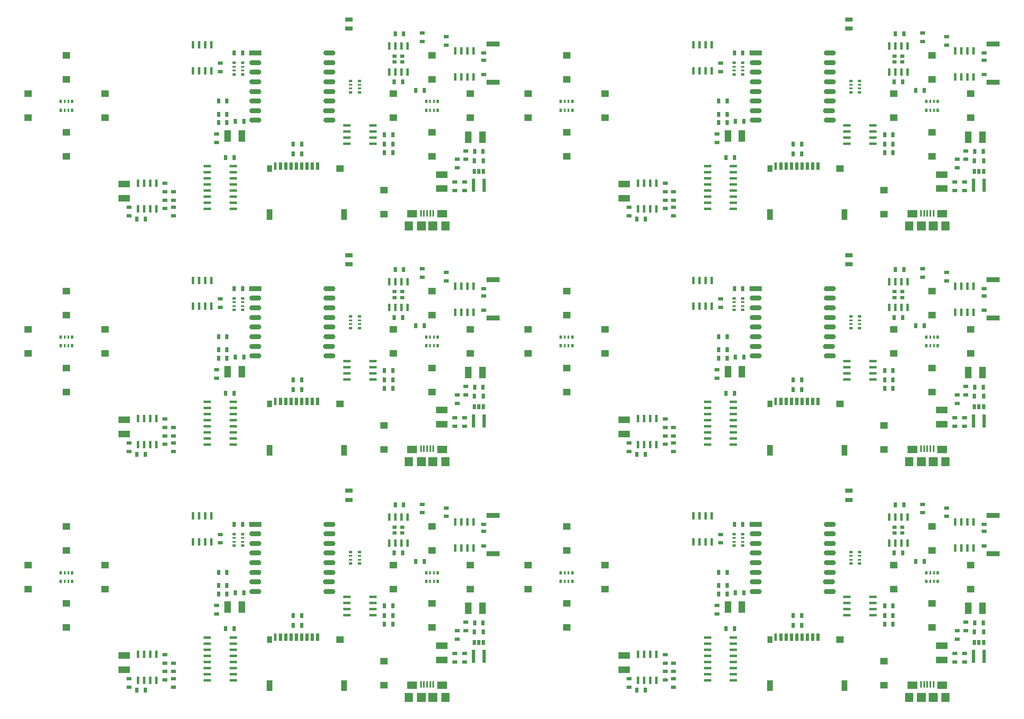
<source format=gbr>
G04 #@! TF.FileFunction,Paste,Top*
%FSLAX46Y46*%
G04 Gerber Fmt 4.6, Leading zero omitted, Abs format (unit mm)*
G04 Created by KiCad (PCBNEW 4.0.4-snap1-stable) date Fri May 24 02:00:32 2019*
%MOMM*%
%LPD*%
G01*
G04 APERTURE LIST*
%ADD10C,0.150000*%
%ADD11R,2.400000X1.460000*%
%ADD12R,1.460000X2.400000*%
%ADD13R,1.000000X0.670000*%
%ADD14R,0.600000X1.550000*%
%ADD15R,0.650000X1.060000*%
%ADD16R,0.670000X1.000000*%
%ADD17R,0.800000X2.700000*%
%ADD18R,0.960000X0.720000*%
%ADD19R,1.500000X0.970000*%
%ADD20R,2.100000X1.600000*%
%ADD21R,1.900000X1.900000*%
%ADD22R,0.400000X1.350000*%
%ADD23R,1.800000X1.900000*%
%ADD24R,2.800000X1.000000*%
%ADD25R,1.000000X0.700000*%
%ADD26R,0.800000X0.500000*%
%ADD27R,0.800000X0.400000*%
%ADD28R,2.500000X1.100000*%
%ADD29O,2.500000X1.100000*%
%ADD30R,1.550000X0.600000*%
%ADD31R,0.700000X1.600000*%
%ADD32R,0.600000X1.600000*%
%ADD33R,1.200000X2.200000*%
%ADD34R,1.600000X1.400000*%
%ADD35R,1.100000X1.400000*%
%ADD36R,0.500000X0.800000*%
%ADD37R,0.400000X0.800000*%
%ADD38R,1.500000X1.400000*%
%ADD39R,1.500000X0.600000*%
G04 APERTURE END LIST*
D10*
D11*
X193000000Y-105230000D03*
X193000000Y-102270000D03*
D12*
X198520000Y-94500000D03*
X201480000Y-94500000D03*
D13*
X197750000Y-105625000D03*
X197750000Y-103875000D03*
X195750000Y-105625000D03*
X195750000Y-103875000D03*
D14*
X199655000Y-76550000D03*
X198385000Y-76550000D03*
X197115000Y-76550000D03*
X195845000Y-76550000D03*
X195845000Y-81950000D03*
X197115000Y-81950000D03*
X198385000Y-81950000D03*
X199655000Y-81950000D03*
D13*
X194000000Y-75375000D03*
X194000000Y-73625000D03*
D15*
X199800000Y-101600000D03*
X200750000Y-101600000D03*
X201700000Y-101600000D03*
X201700000Y-99400000D03*
X199800000Y-99400000D03*
D13*
X196250000Y-99125000D03*
X196250000Y-100875000D03*
X198000000Y-99125000D03*
X198000000Y-97375000D03*
D16*
X199875000Y-97500000D03*
X201625000Y-97500000D03*
D13*
X189000000Y-72875000D03*
X189000000Y-74625000D03*
D17*
X201850000Y-104500000D03*
X199650000Y-104500000D03*
D14*
X182095000Y-80950000D03*
X183365000Y-80950000D03*
X184635000Y-80950000D03*
X185905000Y-80950000D03*
X185905000Y-75550000D03*
X184635000Y-75550000D03*
X183365000Y-75550000D03*
X182095000Y-75550000D03*
D18*
X184800000Y-77650000D03*
X183200000Y-77650000D03*
X184800000Y-78850000D03*
X183200000Y-78850000D03*
D19*
X173750000Y-71955000D03*
X173750000Y-70045000D03*
D16*
X183125000Y-83000000D03*
X184875000Y-83000000D03*
X183375000Y-73000000D03*
X185125000Y-73000000D03*
D20*
X186900000Y-110450000D03*
X193100000Y-110450000D03*
D21*
X188800000Y-113000000D03*
X191200000Y-113000000D03*
D22*
X188700000Y-110325000D03*
X189350000Y-110325000D03*
X190000000Y-110325000D03*
X190650000Y-110325000D03*
X191300000Y-110325000D03*
D23*
X186200000Y-113000000D03*
X193800000Y-113000000D03*
D24*
X203700000Y-83100000D03*
D25*
X201800000Y-81500000D03*
X201800000Y-77000000D03*
X201800000Y-78500000D03*
D24*
X203700000Y-75150000D03*
D26*
X149850000Y-79050000D03*
D27*
X149850000Y-80650000D03*
X149850000Y-79850000D03*
D26*
X149850000Y-81450000D03*
D27*
X151650000Y-79850000D03*
D26*
X151650000Y-79050000D03*
D27*
X151650000Y-80650000D03*
D26*
X151650000Y-81450000D03*
X175900000Y-85200000D03*
D27*
X175900000Y-83600000D03*
X175900000Y-84400000D03*
D26*
X175900000Y-82800000D03*
D27*
X174100000Y-84400000D03*
D26*
X174100000Y-85200000D03*
D27*
X174100000Y-83600000D03*
D26*
X174100000Y-82800000D03*
D16*
X149875000Y-77000000D03*
X151625000Y-77000000D03*
X187625000Y-84750000D03*
X189375000Y-84750000D03*
D12*
X148520000Y-94250000D03*
X151480000Y-94250000D03*
D16*
X150125000Y-91250000D03*
X151875000Y-91250000D03*
D28*
X154300000Y-77000000D03*
D29*
X154300000Y-79000000D03*
X154300000Y-81000000D03*
X154300000Y-83000000D03*
X154300000Y-85000000D03*
X154300000Y-87000000D03*
X154300000Y-89000000D03*
X154300000Y-91000000D03*
X169700000Y-91000000D03*
X169600000Y-89000000D03*
X169700000Y-87000000D03*
X169700000Y-85000000D03*
X169700000Y-83000000D03*
X169700000Y-81000000D03*
X169700000Y-79000000D03*
X169700000Y-77000000D03*
D13*
X147000000Y-79125000D03*
X147000000Y-80875000D03*
D14*
X145155000Y-75300000D03*
X143885000Y-75300000D03*
X142615000Y-75300000D03*
X141345000Y-75300000D03*
X141345000Y-80700000D03*
X142615000Y-80700000D03*
X143885000Y-80700000D03*
X145155000Y-80700000D03*
D16*
X182875000Y-94000000D03*
X181125000Y-94000000D03*
X182875000Y-96000000D03*
X181125000Y-96000000D03*
X182875000Y-97750000D03*
X181125000Y-97750000D03*
D30*
X173300000Y-92095000D03*
X173300000Y-93365000D03*
X173300000Y-94635000D03*
X173300000Y-95905000D03*
X178700000Y-95905000D03*
X178700000Y-94635000D03*
X178700000Y-93365000D03*
X178700000Y-92095000D03*
D16*
X129625000Y-111500000D03*
X131375000Y-111500000D03*
D13*
X135500000Y-105875000D03*
X135500000Y-104125000D03*
X135500000Y-109375000D03*
X135500000Y-107625000D03*
X137250000Y-107625000D03*
X137250000Y-105875000D03*
X137250000Y-109125000D03*
X137250000Y-110875000D03*
D11*
X127000000Y-104270000D03*
X127000000Y-107230000D03*
D13*
X128000000Y-110875000D03*
X128000000Y-109125000D03*
D14*
X129845000Y-109450000D03*
X131115000Y-109450000D03*
X132385000Y-109450000D03*
X133655000Y-109450000D03*
X133655000Y-104050000D03*
X132385000Y-104050000D03*
X131115000Y-104050000D03*
X129845000Y-104050000D03*
D16*
X162125000Y-96000000D03*
X163875000Y-96000000D03*
X162125000Y-98000000D03*
X163875000Y-98000000D03*
D31*
X167250000Y-100500000D03*
X166150000Y-100500000D03*
X165050000Y-100500000D03*
X163950000Y-100500000D03*
X162850000Y-100500000D03*
X161750000Y-100500000D03*
X160650000Y-100500000D03*
X159550000Y-100500000D03*
D32*
X158450000Y-100500000D03*
D33*
X172750000Y-110600000D03*
X157250000Y-110600000D03*
D34*
X171850000Y-101000000D03*
D35*
X157250000Y-101000000D03*
D36*
X116200000Y-87100000D03*
D37*
X114600000Y-87100000D03*
X115400000Y-87100000D03*
D36*
X113800000Y-87100000D03*
D37*
X115400000Y-88900000D03*
D36*
X116200000Y-88900000D03*
D37*
X114600000Y-88900000D03*
D36*
X113800000Y-88900000D03*
X192200000Y-87100000D03*
D37*
X190600000Y-87100000D03*
X191400000Y-87100000D03*
D36*
X189800000Y-87100000D03*
D37*
X191400000Y-88900000D03*
D36*
X192200000Y-88900000D03*
D37*
X190600000Y-88900000D03*
D36*
X189800000Y-88900000D03*
D38*
X115000000Y-77500000D03*
X115000000Y-82500000D03*
X123000000Y-85500000D03*
X123000000Y-90500000D03*
X107000000Y-85500000D03*
X107000000Y-90500000D03*
X115000000Y-93500000D03*
X115000000Y-98500000D03*
X191000000Y-93500000D03*
X191000000Y-98500000D03*
X199000000Y-85500000D03*
X199000000Y-90500000D03*
X191000000Y-77500000D03*
X191000000Y-82500000D03*
X183000000Y-85500000D03*
X183000000Y-90500000D03*
X181000000Y-105500000D03*
X181000000Y-110500000D03*
D16*
X148125000Y-98750000D03*
X149875000Y-98750000D03*
D39*
X144300000Y-100555000D03*
X144300000Y-101825000D03*
X144300000Y-103095000D03*
X144300000Y-104365000D03*
X144300000Y-105635000D03*
X144300000Y-106905000D03*
X144300000Y-108175000D03*
X144300000Y-109445000D03*
X149700000Y-109445000D03*
X149700000Y-108175000D03*
X149700000Y-106905000D03*
X149700000Y-105635000D03*
X149700000Y-104365000D03*
X149700000Y-103095000D03*
X149700000Y-101825000D03*
X149700000Y-100555000D03*
D13*
X146250000Y-95625000D03*
X146250000Y-93875000D03*
D16*
X148375000Y-91500000D03*
X146625000Y-91500000D03*
X148375000Y-89750000D03*
X146625000Y-89750000D03*
X148375000Y-87000000D03*
X146625000Y-87000000D03*
D11*
X297000000Y-105230000D03*
X297000000Y-102270000D03*
D12*
X302520000Y-94500000D03*
X305480000Y-94500000D03*
D13*
X301750000Y-105625000D03*
X301750000Y-103875000D03*
X299750000Y-105625000D03*
X299750000Y-103875000D03*
D14*
X303655000Y-76550000D03*
X302385000Y-76550000D03*
X301115000Y-76550000D03*
X299845000Y-76550000D03*
X299845000Y-81950000D03*
X301115000Y-81950000D03*
X302385000Y-81950000D03*
X303655000Y-81950000D03*
D13*
X298000000Y-75375000D03*
X298000000Y-73625000D03*
D15*
X303800000Y-101600000D03*
X304750000Y-101600000D03*
X305700000Y-101600000D03*
X305700000Y-99400000D03*
X303800000Y-99400000D03*
D13*
X300250000Y-99125000D03*
X300250000Y-100875000D03*
X302000000Y-99125000D03*
X302000000Y-97375000D03*
D16*
X303875000Y-97500000D03*
X305625000Y-97500000D03*
D13*
X293000000Y-72875000D03*
X293000000Y-74625000D03*
D17*
X305850000Y-104500000D03*
X303650000Y-104500000D03*
D14*
X286095000Y-80950000D03*
X287365000Y-80950000D03*
X288635000Y-80950000D03*
X289905000Y-80950000D03*
X289905000Y-75550000D03*
X288635000Y-75550000D03*
X287365000Y-75550000D03*
X286095000Y-75550000D03*
D18*
X288800000Y-77650000D03*
X287200000Y-77650000D03*
X288800000Y-78850000D03*
X287200000Y-78850000D03*
D19*
X277750000Y-71955000D03*
X277750000Y-70045000D03*
D16*
X287125000Y-83000000D03*
X288875000Y-83000000D03*
X287375000Y-73000000D03*
X289125000Y-73000000D03*
D20*
X290900000Y-110450000D03*
X297100000Y-110450000D03*
D21*
X292800000Y-113000000D03*
X295200000Y-113000000D03*
D22*
X292700000Y-110325000D03*
X293350000Y-110325000D03*
X294000000Y-110325000D03*
X294650000Y-110325000D03*
X295300000Y-110325000D03*
D23*
X290200000Y-113000000D03*
X297800000Y-113000000D03*
D24*
X307700000Y-83100000D03*
D25*
X305800000Y-81500000D03*
X305800000Y-77000000D03*
X305800000Y-78500000D03*
D24*
X307700000Y-75150000D03*
D26*
X253850000Y-79050000D03*
D27*
X253850000Y-80650000D03*
X253850000Y-79850000D03*
D26*
X253850000Y-81450000D03*
D27*
X255650000Y-79850000D03*
D26*
X255650000Y-79050000D03*
D27*
X255650000Y-80650000D03*
D26*
X255650000Y-81450000D03*
X279900000Y-85200000D03*
D27*
X279900000Y-83600000D03*
X279900000Y-84400000D03*
D26*
X279900000Y-82800000D03*
D27*
X278100000Y-84400000D03*
D26*
X278100000Y-85200000D03*
D27*
X278100000Y-83600000D03*
D26*
X278100000Y-82800000D03*
D16*
X253875000Y-77000000D03*
X255625000Y-77000000D03*
X291625000Y-84750000D03*
X293375000Y-84750000D03*
D12*
X252520000Y-94250000D03*
X255480000Y-94250000D03*
D16*
X254125000Y-91250000D03*
X255875000Y-91250000D03*
D28*
X258300000Y-77000000D03*
D29*
X258300000Y-79000000D03*
X258300000Y-81000000D03*
X258300000Y-83000000D03*
X258300000Y-85000000D03*
X258300000Y-87000000D03*
X258300000Y-89000000D03*
X258300000Y-91000000D03*
X273700000Y-91000000D03*
X273600000Y-89000000D03*
X273700000Y-87000000D03*
X273700000Y-85000000D03*
X273700000Y-83000000D03*
X273700000Y-81000000D03*
X273700000Y-79000000D03*
X273700000Y-77000000D03*
D13*
X251000000Y-79125000D03*
X251000000Y-80875000D03*
D14*
X249155000Y-75300000D03*
X247885000Y-75300000D03*
X246615000Y-75300000D03*
X245345000Y-75300000D03*
X245345000Y-80700000D03*
X246615000Y-80700000D03*
X247885000Y-80700000D03*
X249155000Y-80700000D03*
D16*
X286875000Y-94000000D03*
X285125000Y-94000000D03*
X286875000Y-96000000D03*
X285125000Y-96000000D03*
X286875000Y-97750000D03*
X285125000Y-97750000D03*
D30*
X277300000Y-92095000D03*
X277300000Y-93365000D03*
X277300000Y-94635000D03*
X277300000Y-95905000D03*
X282700000Y-95905000D03*
X282700000Y-94635000D03*
X282700000Y-93365000D03*
X282700000Y-92095000D03*
D16*
X233625000Y-111500000D03*
X235375000Y-111500000D03*
D13*
X239500000Y-105875000D03*
X239500000Y-104125000D03*
X239500000Y-109375000D03*
X239500000Y-107625000D03*
X241250000Y-107625000D03*
X241250000Y-105875000D03*
X241250000Y-109125000D03*
X241250000Y-110875000D03*
D11*
X231000000Y-104270000D03*
X231000000Y-107230000D03*
D13*
X232000000Y-110875000D03*
X232000000Y-109125000D03*
D14*
X233845000Y-109450000D03*
X235115000Y-109450000D03*
X236385000Y-109450000D03*
X237655000Y-109450000D03*
X237655000Y-104050000D03*
X236385000Y-104050000D03*
X235115000Y-104050000D03*
X233845000Y-104050000D03*
D16*
X266125000Y-96000000D03*
X267875000Y-96000000D03*
X266125000Y-98000000D03*
X267875000Y-98000000D03*
D31*
X271250000Y-100500000D03*
X270150000Y-100500000D03*
X269050000Y-100500000D03*
X267950000Y-100500000D03*
X266850000Y-100500000D03*
X265750000Y-100500000D03*
X264650000Y-100500000D03*
X263550000Y-100500000D03*
D32*
X262450000Y-100500000D03*
D33*
X276750000Y-110600000D03*
X261250000Y-110600000D03*
D34*
X275850000Y-101000000D03*
D35*
X261250000Y-101000000D03*
D36*
X220200000Y-87100000D03*
D37*
X218600000Y-87100000D03*
X219400000Y-87100000D03*
D36*
X217800000Y-87100000D03*
D37*
X219400000Y-88900000D03*
D36*
X220200000Y-88900000D03*
D37*
X218600000Y-88900000D03*
D36*
X217800000Y-88900000D03*
X296200000Y-87100000D03*
D37*
X294600000Y-87100000D03*
X295400000Y-87100000D03*
D36*
X293800000Y-87100000D03*
D37*
X295400000Y-88900000D03*
D36*
X296200000Y-88900000D03*
D37*
X294600000Y-88900000D03*
D36*
X293800000Y-88900000D03*
D38*
X219000000Y-77500000D03*
X219000000Y-82500000D03*
X227000000Y-85500000D03*
X227000000Y-90500000D03*
X211000000Y-85500000D03*
X211000000Y-90500000D03*
X219000000Y-93500000D03*
X219000000Y-98500000D03*
X295000000Y-93500000D03*
X295000000Y-98500000D03*
X303000000Y-85500000D03*
X303000000Y-90500000D03*
X295000000Y-77500000D03*
X295000000Y-82500000D03*
X287000000Y-85500000D03*
X287000000Y-90500000D03*
X285000000Y-105500000D03*
X285000000Y-110500000D03*
D16*
X252125000Y-98750000D03*
X253875000Y-98750000D03*
D39*
X248300000Y-100555000D03*
X248300000Y-101825000D03*
X248300000Y-103095000D03*
X248300000Y-104365000D03*
X248300000Y-105635000D03*
X248300000Y-106905000D03*
X248300000Y-108175000D03*
X248300000Y-109445000D03*
X253700000Y-109445000D03*
X253700000Y-108175000D03*
X253700000Y-106905000D03*
X253700000Y-105635000D03*
X253700000Y-104365000D03*
X253700000Y-103095000D03*
X253700000Y-101825000D03*
X253700000Y-100555000D03*
D13*
X250250000Y-95625000D03*
X250250000Y-93875000D03*
D16*
X252375000Y-91500000D03*
X250625000Y-91500000D03*
X252375000Y-89750000D03*
X250625000Y-89750000D03*
X252375000Y-87000000D03*
X250625000Y-87000000D03*
D11*
X193000000Y-154230000D03*
X193000000Y-151270000D03*
D12*
X198520000Y-143500000D03*
X201480000Y-143500000D03*
D13*
X197750000Y-154625000D03*
X197750000Y-152875000D03*
X195750000Y-154625000D03*
X195750000Y-152875000D03*
D14*
X199655000Y-125550000D03*
X198385000Y-125550000D03*
X197115000Y-125550000D03*
X195845000Y-125550000D03*
X195845000Y-130950000D03*
X197115000Y-130950000D03*
X198385000Y-130950000D03*
X199655000Y-130950000D03*
D13*
X194000000Y-124375000D03*
X194000000Y-122625000D03*
D15*
X199800000Y-150600000D03*
X200750000Y-150600000D03*
X201700000Y-150600000D03*
X201700000Y-148400000D03*
X199800000Y-148400000D03*
D13*
X196250000Y-148125000D03*
X196250000Y-149875000D03*
X198000000Y-148125000D03*
X198000000Y-146375000D03*
D16*
X199875000Y-146500000D03*
X201625000Y-146500000D03*
D13*
X189000000Y-121875000D03*
X189000000Y-123625000D03*
D17*
X201850000Y-153500000D03*
X199650000Y-153500000D03*
D14*
X182095000Y-129950000D03*
X183365000Y-129950000D03*
X184635000Y-129950000D03*
X185905000Y-129950000D03*
X185905000Y-124550000D03*
X184635000Y-124550000D03*
X183365000Y-124550000D03*
X182095000Y-124550000D03*
D18*
X184800000Y-126650000D03*
X183200000Y-126650000D03*
X184800000Y-127850000D03*
X183200000Y-127850000D03*
D19*
X173750000Y-120955000D03*
X173750000Y-119045000D03*
D16*
X183125000Y-132000000D03*
X184875000Y-132000000D03*
X183375000Y-122000000D03*
X185125000Y-122000000D03*
D20*
X186900000Y-159450000D03*
X193100000Y-159450000D03*
D21*
X188800000Y-162000000D03*
X191200000Y-162000000D03*
D22*
X188700000Y-159325000D03*
X189350000Y-159325000D03*
X190000000Y-159325000D03*
X190650000Y-159325000D03*
X191300000Y-159325000D03*
D23*
X186200000Y-162000000D03*
X193800000Y-162000000D03*
D24*
X203700000Y-132100000D03*
D25*
X201800000Y-130500000D03*
X201800000Y-126000000D03*
X201800000Y-127500000D03*
D24*
X203700000Y-124150000D03*
D26*
X149850000Y-128050000D03*
D27*
X149850000Y-129650000D03*
X149850000Y-128850000D03*
D26*
X149850000Y-130450000D03*
D27*
X151650000Y-128850000D03*
D26*
X151650000Y-128050000D03*
D27*
X151650000Y-129650000D03*
D26*
X151650000Y-130450000D03*
X175900000Y-134200000D03*
D27*
X175900000Y-132600000D03*
X175900000Y-133400000D03*
D26*
X175900000Y-131800000D03*
D27*
X174100000Y-133400000D03*
D26*
X174100000Y-134200000D03*
D27*
X174100000Y-132600000D03*
D26*
X174100000Y-131800000D03*
D16*
X149875000Y-126000000D03*
X151625000Y-126000000D03*
X187625000Y-133750000D03*
X189375000Y-133750000D03*
D12*
X148520000Y-143250000D03*
X151480000Y-143250000D03*
D16*
X150125000Y-140250000D03*
X151875000Y-140250000D03*
D28*
X154300000Y-126000000D03*
D29*
X154300000Y-128000000D03*
X154300000Y-130000000D03*
X154300000Y-132000000D03*
X154300000Y-134000000D03*
X154300000Y-136000000D03*
X154300000Y-138000000D03*
X154300000Y-140000000D03*
X169700000Y-140000000D03*
X169600000Y-138000000D03*
X169700000Y-136000000D03*
X169700000Y-134000000D03*
X169700000Y-132000000D03*
X169700000Y-130000000D03*
X169700000Y-128000000D03*
X169700000Y-126000000D03*
D13*
X147000000Y-128125000D03*
X147000000Y-129875000D03*
D14*
X145155000Y-124300000D03*
X143885000Y-124300000D03*
X142615000Y-124300000D03*
X141345000Y-124300000D03*
X141345000Y-129700000D03*
X142615000Y-129700000D03*
X143885000Y-129700000D03*
X145155000Y-129700000D03*
D16*
X182875000Y-143000000D03*
X181125000Y-143000000D03*
X182875000Y-145000000D03*
X181125000Y-145000000D03*
X182875000Y-146750000D03*
X181125000Y-146750000D03*
D30*
X173300000Y-141095000D03*
X173300000Y-142365000D03*
X173300000Y-143635000D03*
X173300000Y-144905000D03*
X178700000Y-144905000D03*
X178700000Y-143635000D03*
X178700000Y-142365000D03*
X178700000Y-141095000D03*
D16*
X129625000Y-160500000D03*
X131375000Y-160500000D03*
D13*
X135500000Y-154875000D03*
X135500000Y-153125000D03*
X135500000Y-158375000D03*
X135500000Y-156625000D03*
X137250000Y-156625000D03*
X137250000Y-154875000D03*
X137250000Y-158125000D03*
X137250000Y-159875000D03*
D11*
X127000000Y-153270000D03*
X127000000Y-156230000D03*
D13*
X128000000Y-159875000D03*
X128000000Y-158125000D03*
D14*
X129845000Y-158450000D03*
X131115000Y-158450000D03*
X132385000Y-158450000D03*
X133655000Y-158450000D03*
X133655000Y-153050000D03*
X132385000Y-153050000D03*
X131115000Y-153050000D03*
X129845000Y-153050000D03*
D16*
X162125000Y-145000000D03*
X163875000Y-145000000D03*
X162125000Y-147000000D03*
X163875000Y-147000000D03*
D31*
X167250000Y-149500000D03*
X166150000Y-149500000D03*
X165050000Y-149500000D03*
X163950000Y-149500000D03*
X162850000Y-149500000D03*
X161750000Y-149500000D03*
X160650000Y-149500000D03*
X159550000Y-149500000D03*
D32*
X158450000Y-149500000D03*
D33*
X172750000Y-159600000D03*
X157250000Y-159600000D03*
D34*
X171850000Y-150000000D03*
D35*
X157250000Y-150000000D03*
D36*
X116200000Y-136100000D03*
D37*
X114600000Y-136100000D03*
X115400000Y-136100000D03*
D36*
X113800000Y-136100000D03*
D37*
X115400000Y-137900000D03*
D36*
X116200000Y-137900000D03*
D37*
X114600000Y-137900000D03*
D36*
X113800000Y-137900000D03*
X192200000Y-136100000D03*
D37*
X190600000Y-136100000D03*
X191400000Y-136100000D03*
D36*
X189800000Y-136100000D03*
D37*
X191400000Y-137900000D03*
D36*
X192200000Y-137900000D03*
D37*
X190600000Y-137900000D03*
D36*
X189800000Y-137900000D03*
D38*
X115000000Y-126500000D03*
X115000000Y-131500000D03*
X123000000Y-134500000D03*
X123000000Y-139500000D03*
X107000000Y-134500000D03*
X107000000Y-139500000D03*
X115000000Y-142500000D03*
X115000000Y-147500000D03*
X191000000Y-142500000D03*
X191000000Y-147500000D03*
X199000000Y-134500000D03*
X199000000Y-139500000D03*
X191000000Y-126500000D03*
X191000000Y-131500000D03*
X183000000Y-134500000D03*
X183000000Y-139500000D03*
X181000000Y-154500000D03*
X181000000Y-159500000D03*
D16*
X148125000Y-147750000D03*
X149875000Y-147750000D03*
D39*
X144300000Y-149555000D03*
X144300000Y-150825000D03*
X144300000Y-152095000D03*
X144300000Y-153365000D03*
X144300000Y-154635000D03*
X144300000Y-155905000D03*
X144300000Y-157175000D03*
X144300000Y-158445000D03*
X149700000Y-158445000D03*
X149700000Y-157175000D03*
X149700000Y-155905000D03*
X149700000Y-154635000D03*
X149700000Y-153365000D03*
X149700000Y-152095000D03*
X149700000Y-150825000D03*
X149700000Y-149555000D03*
D13*
X146250000Y-144625000D03*
X146250000Y-142875000D03*
D16*
X148375000Y-140500000D03*
X146625000Y-140500000D03*
X148375000Y-138750000D03*
X146625000Y-138750000D03*
X148375000Y-136000000D03*
X146625000Y-136000000D03*
D11*
X297000000Y-154230000D03*
X297000000Y-151270000D03*
D12*
X302520000Y-143500000D03*
X305480000Y-143500000D03*
D13*
X301750000Y-154625000D03*
X301750000Y-152875000D03*
X299750000Y-154625000D03*
X299750000Y-152875000D03*
D14*
X303655000Y-125550000D03*
X302385000Y-125550000D03*
X301115000Y-125550000D03*
X299845000Y-125550000D03*
X299845000Y-130950000D03*
X301115000Y-130950000D03*
X302385000Y-130950000D03*
X303655000Y-130950000D03*
D13*
X298000000Y-124375000D03*
X298000000Y-122625000D03*
D15*
X303800000Y-150600000D03*
X304750000Y-150600000D03*
X305700000Y-150600000D03*
X305700000Y-148400000D03*
X303800000Y-148400000D03*
D13*
X300250000Y-148125000D03*
X300250000Y-149875000D03*
X302000000Y-148125000D03*
X302000000Y-146375000D03*
D16*
X303875000Y-146500000D03*
X305625000Y-146500000D03*
D13*
X293000000Y-121875000D03*
X293000000Y-123625000D03*
D17*
X305850000Y-153500000D03*
X303650000Y-153500000D03*
D14*
X286095000Y-129950000D03*
X287365000Y-129950000D03*
X288635000Y-129950000D03*
X289905000Y-129950000D03*
X289905000Y-124550000D03*
X288635000Y-124550000D03*
X287365000Y-124550000D03*
X286095000Y-124550000D03*
D18*
X288800000Y-126650000D03*
X287200000Y-126650000D03*
X288800000Y-127850000D03*
X287200000Y-127850000D03*
D19*
X277750000Y-120955000D03*
X277750000Y-119045000D03*
D16*
X287125000Y-132000000D03*
X288875000Y-132000000D03*
X287375000Y-122000000D03*
X289125000Y-122000000D03*
D20*
X290900000Y-159450000D03*
X297100000Y-159450000D03*
D21*
X292800000Y-162000000D03*
X295200000Y-162000000D03*
D22*
X292700000Y-159325000D03*
X293350000Y-159325000D03*
X294000000Y-159325000D03*
X294650000Y-159325000D03*
X295300000Y-159325000D03*
D23*
X290200000Y-162000000D03*
X297800000Y-162000000D03*
D24*
X307700000Y-132100000D03*
D25*
X305800000Y-130500000D03*
X305800000Y-126000000D03*
X305800000Y-127500000D03*
D24*
X307700000Y-124150000D03*
D26*
X253850000Y-128050000D03*
D27*
X253850000Y-129650000D03*
X253850000Y-128850000D03*
D26*
X253850000Y-130450000D03*
D27*
X255650000Y-128850000D03*
D26*
X255650000Y-128050000D03*
D27*
X255650000Y-129650000D03*
D26*
X255650000Y-130450000D03*
X279900000Y-134200000D03*
D27*
X279900000Y-132600000D03*
X279900000Y-133400000D03*
D26*
X279900000Y-131800000D03*
D27*
X278100000Y-133400000D03*
D26*
X278100000Y-134200000D03*
D27*
X278100000Y-132600000D03*
D26*
X278100000Y-131800000D03*
D16*
X253875000Y-126000000D03*
X255625000Y-126000000D03*
X291625000Y-133750000D03*
X293375000Y-133750000D03*
D12*
X252520000Y-143250000D03*
X255480000Y-143250000D03*
D16*
X254125000Y-140250000D03*
X255875000Y-140250000D03*
D28*
X258300000Y-126000000D03*
D29*
X258300000Y-128000000D03*
X258300000Y-130000000D03*
X258300000Y-132000000D03*
X258300000Y-134000000D03*
X258300000Y-136000000D03*
X258300000Y-138000000D03*
X258300000Y-140000000D03*
X273700000Y-140000000D03*
X273600000Y-138000000D03*
X273700000Y-136000000D03*
X273700000Y-134000000D03*
X273700000Y-132000000D03*
X273700000Y-130000000D03*
X273700000Y-128000000D03*
X273700000Y-126000000D03*
D13*
X251000000Y-128125000D03*
X251000000Y-129875000D03*
D14*
X249155000Y-124300000D03*
X247885000Y-124300000D03*
X246615000Y-124300000D03*
X245345000Y-124300000D03*
X245345000Y-129700000D03*
X246615000Y-129700000D03*
X247885000Y-129700000D03*
X249155000Y-129700000D03*
D16*
X286875000Y-143000000D03*
X285125000Y-143000000D03*
X286875000Y-145000000D03*
X285125000Y-145000000D03*
X286875000Y-146750000D03*
X285125000Y-146750000D03*
D30*
X277300000Y-141095000D03*
X277300000Y-142365000D03*
X277300000Y-143635000D03*
X277300000Y-144905000D03*
X282700000Y-144905000D03*
X282700000Y-143635000D03*
X282700000Y-142365000D03*
X282700000Y-141095000D03*
D16*
X233625000Y-160500000D03*
X235375000Y-160500000D03*
D13*
X239500000Y-154875000D03*
X239500000Y-153125000D03*
X239500000Y-158375000D03*
X239500000Y-156625000D03*
X241250000Y-156625000D03*
X241250000Y-154875000D03*
X241250000Y-158125000D03*
X241250000Y-159875000D03*
D11*
X231000000Y-153270000D03*
X231000000Y-156230000D03*
D13*
X232000000Y-159875000D03*
X232000000Y-158125000D03*
D14*
X233845000Y-158450000D03*
X235115000Y-158450000D03*
X236385000Y-158450000D03*
X237655000Y-158450000D03*
X237655000Y-153050000D03*
X236385000Y-153050000D03*
X235115000Y-153050000D03*
X233845000Y-153050000D03*
D16*
X266125000Y-145000000D03*
X267875000Y-145000000D03*
X266125000Y-147000000D03*
X267875000Y-147000000D03*
D31*
X271250000Y-149500000D03*
X270150000Y-149500000D03*
X269050000Y-149500000D03*
X267950000Y-149500000D03*
X266850000Y-149500000D03*
X265750000Y-149500000D03*
X264650000Y-149500000D03*
X263550000Y-149500000D03*
D32*
X262450000Y-149500000D03*
D33*
X276750000Y-159600000D03*
X261250000Y-159600000D03*
D34*
X275850000Y-150000000D03*
D35*
X261250000Y-150000000D03*
D36*
X220200000Y-136100000D03*
D37*
X218600000Y-136100000D03*
X219400000Y-136100000D03*
D36*
X217800000Y-136100000D03*
D37*
X219400000Y-137900000D03*
D36*
X220200000Y-137900000D03*
D37*
X218600000Y-137900000D03*
D36*
X217800000Y-137900000D03*
X296200000Y-136100000D03*
D37*
X294600000Y-136100000D03*
X295400000Y-136100000D03*
D36*
X293800000Y-136100000D03*
D37*
X295400000Y-137900000D03*
D36*
X296200000Y-137900000D03*
D37*
X294600000Y-137900000D03*
D36*
X293800000Y-137900000D03*
D38*
X219000000Y-126500000D03*
X219000000Y-131500000D03*
X227000000Y-134500000D03*
X227000000Y-139500000D03*
X211000000Y-134500000D03*
X211000000Y-139500000D03*
X219000000Y-142500000D03*
X219000000Y-147500000D03*
X295000000Y-142500000D03*
X295000000Y-147500000D03*
X303000000Y-134500000D03*
X303000000Y-139500000D03*
X295000000Y-126500000D03*
X295000000Y-131500000D03*
X287000000Y-134500000D03*
X287000000Y-139500000D03*
X285000000Y-154500000D03*
X285000000Y-159500000D03*
D16*
X252125000Y-147750000D03*
X253875000Y-147750000D03*
D39*
X248300000Y-149555000D03*
X248300000Y-150825000D03*
X248300000Y-152095000D03*
X248300000Y-153365000D03*
X248300000Y-154635000D03*
X248300000Y-155905000D03*
X248300000Y-157175000D03*
X248300000Y-158445000D03*
X253700000Y-158445000D03*
X253700000Y-157175000D03*
X253700000Y-155905000D03*
X253700000Y-154635000D03*
X253700000Y-153365000D03*
X253700000Y-152095000D03*
X253700000Y-150825000D03*
X253700000Y-149555000D03*
D13*
X250250000Y-144625000D03*
X250250000Y-142875000D03*
D16*
X252375000Y-140500000D03*
X250625000Y-140500000D03*
X252375000Y-138750000D03*
X250625000Y-138750000D03*
X252375000Y-136000000D03*
X250625000Y-136000000D03*
D11*
X193000000Y-203230000D03*
X193000000Y-200270000D03*
D12*
X198520000Y-192500000D03*
X201480000Y-192500000D03*
D13*
X197750000Y-203625000D03*
X197750000Y-201875000D03*
X195750000Y-203625000D03*
X195750000Y-201875000D03*
D14*
X199655000Y-174550000D03*
X198385000Y-174550000D03*
X197115000Y-174550000D03*
X195845000Y-174550000D03*
X195845000Y-179950000D03*
X197115000Y-179950000D03*
X198385000Y-179950000D03*
X199655000Y-179950000D03*
D13*
X194000000Y-173375000D03*
X194000000Y-171625000D03*
D15*
X199800000Y-199600000D03*
X200750000Y-199600000D03*
X201700000Y-199600000D03*
X201700000Y-197400000D03*
X199800000Y-197400000D03*
D13*
X196250000Y-197125000D03*
X196250000Y-198875000D03*
X198000000Y-197125000D03*
X198000000Y-195375000D03*
D16*
X199875000Y-195500000D03*
X201625000Y-195500000D03*
D13*
X189000000Y-170875000D03*
X189000000Y-172625000D03*
D17*
X201850000Y-202500000D03*
X199650000Y-202500000D03*
D14*
X182095000Y-178950000D03*
X183365000Y-178950000D03*
X184635000Y-178950000D03*
X185905000Y-178950000D03*
X185905000Y-173550000D03*
X184635000Y-173550000D03*
X183365000Y-173550000D03*
X182095000Y-173550000D03*
D18*
X184800000Y-175650000D03*
X183200000Y-175650000D03*
X184800000Y-176850000D03*
X183200000Y-176850000D03*
D19*
X173750000Y-169955000D03*
X173750000Y-168045000D03*
D16*
X183125000Y-181000000D03*
X184875000Y-181000000D03*
X183375000Y-171000000D03*
X185125000Y-171000000D03*
D20*
X186900000Y-208450000D03*
X193100000Y-208450000D03*
D21*
X188800000Y-211000000D03*
X191200000Y-211000000D03*
D22*
X188700000Y-208325000D03*
X189350000Y-208325000D03*
X190000000Y-208325000D03*
X190650000Y-208325000D03*
X191300000Y-208325000D03*
D23*
X186200000Y-211000000D03*
X193800000Y-211000000D03*
D24*
X203700000Y-181100000D03*
D25*
X201800000Y-179500000D03*
X201800000Y-175000000D03*
X201800000Y-176500000D03*
D24*
X203700000Y-173150000D03*
D26*
X149850000Y-177050000D03*
D27*
X149850000Y-178650000D03*
X149850000Y-177850000D03*
D26*
X149850000Y-179450000D03*
D27*
X151650000Y-177850000D03*
D26*
X151650000Y-177050000D03*
D27*
X151650000Y-178650000D03*
D26*
X151650000Y-179450000D03*
X175900000Y-183200000D03*
D27*
X175900000Y-181600000D03*
X175900000Y-182400000D03*
D26*
X175900000Y-180800000D03*
D27*
X174100000Y-182400000D03*
D26*
X174100000Y-183200000D03*
D27*
X174100000Y-181600000D03*
D26*
X174100000Y-180800000D03*
D16*
X149875000Y-175000000D03*
X151625000Y-175000000D03*
X187625000Y-182750000D03*
X189375000Y-182750000D03*
D12*
X148520000Y-192250000D03*
X151480000Y-192250000D03*
D16*
X150125000Y-189250000D03*
X151875000Y-189250000D03*
D28*
X154300000Y-175000000D03*
D29*
X154300000Y-177000000D03*
X154300000Y-179000000D03*
X154300000Y-181000000D03*
X154300000Y-183000000D03*
X154300000Y-185000000D03*
X154300000Y-187000000D03*
X154300000Y-189000000D03*
X169700000Y-189000000D03*
X169600000Y-187000000D03*
X169700000Y-185000000D03*
X169700000Y-183000000D03*
X169700000Y-181000000D03*
X169700000Y-179000000D03*
X169700000Y-177000000D03*
X169700000Y-175000000D03*
D13*
X147000000Y-177125000D03*
X147000000Y-178875000D03*
D14*
X145155000Y-173300000D03*
X143885000Y-173300000D03*
X142615000Y-173300000D03*
X141345000Y-173300000D03*
X141345000Y-178700000D03*
X142615000Y-178700000D03*
X143885000Y-178700000D03*
X145155000Y-178700000D03*
D16*
X182875000Y-192000000D03*
X181125000Y-192000000D03*
X182875000Y-194000000D03*
X181125000Y-194000000D03*
X182875000Y-195750000D03*
X181125000Y-195750000D03*
D30*
X173300000Y-190095000D03*
X173300000Y-191365000D03*
X173300000Y-192635000D03*
X173300000Y-193905000D03*
X178700000Y-193905000D03*
X178700000Y-192635000D03*
X178700000Y-191365000D03*
X178700000Y-190095000D03*
D16*
X129625000Y-209500000D03*
X131375000Y-209500000D03*
D13*
X135500000Y-203875000D03*
X135500000Y-202125000D03*
X135500000Y-207375000D03*
X135500000Y-205625000D03*
X137250000Y-205625000D03*
X137250000Y-203875000D03*
X137250000Y-207125000D03*
X137250000Y-208875000D03*
D11*
X127000000Y-202270000D03*
X127000000Y-205230000D03*
D13*
X128000000Y-208875000D03*
X128000000Y-207125000D03*
D14*
X129845000Y-207450000D03*
X131115000Y-207450000D03*
X132385000Y-207450000D03*
X133655000Y-207450000D03*
X133655000Y-202050000D03*
X132385000Y-202050000D03*
X131115000Y-202050000D03*
X129845000Y-202050000D03*
D16*
X162125000Y-194000000D03*
X163875000Y-194000000D03*
X162125000Y-196000000D03*
X163875000Y-196000000D03*
D31*
X167250000Y-198500000D03*
X166150000Y-198500000D03*
X165050000Y-198500000D03*
X163950000Y-198500000D03*
X162850000Y-198500000D03*
X161750000Y-198500000D03*
X160650000Y-198500000D03*
X159550000Y-198500000D03*
D32*
X158450000Y-198500000D03*
D33*
X172750000Y-208600000D03*
X157250000Y-208600000D03*
D34*
X171850000Y-199000000D03*
D35*
X157250000Y-199000000D03*
D36*
X116200000Y-185100000D03*
D37*
X114600000Y-185100000D03*
X115400000Y-185100000D03*
D36*
X113800000Y-185100000D03*
D37*
X115400000Y-186900000D03*
D36*
X116200000Y-186900000D03*
D37*
X114600000Y-186900000D03*
D36*
X113800000Y-186900000D03*
X192200000Y-185100000D03*
D37*
X190600000Y-185100000D03*
X191400000Y-185100000D03*
D36*
X189800000Y-185100000D03*
D37*
X191400000Y-186900000D03*
D36*
X192200000Y-186900000D03*
D37*
X190600000Y-186900000D03*
D36*
X189800000Y-186900000D03*
D38*
X115000000Y-175500000D03*
X115000000Y-180500000D03*
X123000000Y-183500000D03*
X123000000Y-188500000D03*
X107000000Y-183500000D03*
X107000000Y-188500000D03*
X115000000Y-191500000D03*
X115000000Y-196500000D03*
X191000000Y-191500000D03*
X191000000Y-196500000D03*
X199000000Y-183500000D03*
X199000000Y-188500000D03*
X191000000Y-175500000D03*
X191000000Y-180500000D03*
X183000000Y-183500000D03*
X183000000Y-188500000D03*
X181000000Y-203500000D03*
X181000000Y-208500000D03*
D16*
X148125000Y-196750000D03*
X149875000Y-196750000D03*
D39*
X144300000Y-198555000D03*
X144300000Y-199825000D03*
X144300000Y-201095000D03*
X144300000Y-202365000D03*
X144300000Y-203635000D03*
X144300000Y-204905000D03*
X144300000Y-206175000D03*
X144300000Y-207445000D03*
X149700000Y-207445000D03*
X149700000Y-206175000D03*
X149700000Y-204905000D03*
X149700000Y-203635000D03*
X149700000Y-202365000D03*
X149700000Y-201095000D03*
X149700000Y-199825000D03*
X149700000Y-198555000D03*
D13*
X146250000Y-193625000D03*
X146250000Y-191875000D03*
D16*
X148375000Y-189500000D03*
X146625000Y-189500000D03*
X148375000Y-187750000D03*
X146625000Y-187750000D03*
X148375000Y-185000000D03*
X146625000Y-185000000D03*
D11*
X297000000Y-203230000D03*
X297000000Y-200270000D03*
D12*
X302520000Y-192500000D03*
X305480000Y-192500000D03*
D13*
X301750000Y-203625000D03*
X301750000Y-201875000D03*
X299750000Y-203625000D03*
X299750000Y-201875000D03*
D14*
X303655000Y-174550000D03*
X302385000Y-174550000D03*
X301115000Y-174550000D03*
X299845000Y-174550000D03*
X299845000Y-179950000D03*
X301115000Y-179950000D03*
X302385000Y-179950000D03*
X303655000Y-179950000D03*
D13*
X298000000Y-173375000D03*
X298000000Y-171625000D03*
D15*
X303800000Y-199600000D03*
X304750000Y-199600000D03*
X305700000Y-199600000D03*
X305700000Y-197400000D03*
X303800000Y-197400000D03*
D13*
X300250000Y-197125000D03*
X300250000Y-198875000D03*
X302000000Y-197125000D03*
X302000000Y-195375000D03*
D16*
X303875000Y-195500000D03*
X305625000Y-195500000D03*
D13*
X293000000Y-170875000D03*
X293000000Y-172625000D03*
D17*
X305850000Y-202500000D03*
X303650000Y-202500000D03*
D14*
X286095000Y-178950000D03*
X287365000Y-178950000D03*
X288635000Y-178950000D03*
X289905000Y-178950000D03*
X289905000Y-173550000D03*
X288635000Y-173550000D03*
X287365000Y-173550000D03*
X286095000Y-173550000D03*
D18*
X288800000Y-175650000D03*
X287200000Y-175650000D03*
X288800000Y-176850000D03*
X287200000Y-176850000D03*
D19*
X277750000Y-169955000D03*
X277750000Y-168045000D03*
D16*
X287125000Y-181000000D03*
X288875000Y-181000000D03*
X287375000Y-171000000D03*
X289125000Y-171000000D03*
D20*
X290900000Y-208450000D03*
X297100000Y-208450000D03*
D21*
X292800000Y-211000000D03*
X295200000Y-211000000D03*
D22*
X292700000Y-208325000D03*
X293350000Y-208325000D03*
X294000000Y-208325000D03*
X294650000Y-208325000D03*
X295300000Y-208325000D03*
D23*
X290200000Y-211000000D03*
X297800000Y-211000000D03*
D24*
X307700000Y-181100000D03*
D25*
X305800000Y-179500000D03*
X305800000Y-175000000D03*
X305800000Y-176500000D03*
D24*
X307700000Y-173150000D03*
D26*
X253850000Y-177050000D03*
D27*
X253850000Y-178650000D03*
X253850000Y-177850000D03*
D26*
X253850000Y-179450000D03*
D27*
X255650000Y-177850000D03*
D26*
X255650000Y-177050000D03*
D27*
X255650000Y-178650000D03*
D26*
X255650000Y-179450000D03*
X279900000Y-183200000D03*
D27*
X279900000Y-181600000D03*
X279900000Y-182400000D03*
D26*
X279900000Y-180800000D03*
D27*
X278100000Y-182400000D03*
D26*
X278100000Y-183200000D03*
D27*
X278100000Y-181600000D03*
D26*
X278100000Y-180800000D03*
D16*
X253875000Y-175000000D03*
X255625000Y-175000000D03*
X291625000Y-182750000D03*
X293375000Y-182750000D03*
D12*
X252520000Y-192250000D03*
X255480000Y-192250000D03*
D16*
X254125000Y-189250000D03*
X255875000Y-189250000D03*
D28*
X258300000Y-175000000D03*
D29*
X258300000Y-177000000D03*
X258300000Y-179000000D03*
X258300000Y-181000000D03*
X258300000Y-183000000D03*
X258300000Y-185000000D03*
X258300000Y-187000000D03*
X258300000Y-189000000D03*
X273700000Y-189000000D03*
X273600000Y-187000000D03*
X273700000Y-185000000D03*
X273700000Y-183000000D03*
X273700000Y-181000000D03*
X273700000Y-179000000D03*
X273700000Y-177000000D03*
X273700000Y-175000000D03*
D13*
X251000000Y-177125000D03*
X251000000Y-178875000D03*
D14*
X249155000Y-173300000D03*
X247885000Y-173300000D03*
X246615000Y-173300000D03*
X245345000Y-173300000D03*
X245345000Y-178700000D03*
X246615000Y-178700000D03*
X247885000Y-178700000D03*
X249155000Y-178700000D03*
D16*
X286875000Y-192000000D03*
X285125000Y-192000000D03*
X286875000Y-194000000D03*
X285125000Y-194000000D03*
X286875000Y-195750000D03*
X285125000Y-195750000D03*
D30*
X277300000Y-190095000D03*
X277300000Y-191365000D03*
X277300000Y-192635000D03*
X277300000Y-193905000D03*
X282700000Y-193905000D03*
X282700000Y-192635000D03*
X282700000Y-191365000D03*
X282700000Y-190095000D03*
D16*
X233625000Y-209500000D03*
X235375000Y-209500000D03*
D13*
X239500000Y-203875000D03*
X239500000Y-202125000D03*
X239500000Y-207375000D03*
X239500000Y-205625000D03*
X241250000Y-205625000D03*
X241250000Y-203875000D03*
X241250000Y-207125000D03*
X241250000Y-208875000D03*
D11*
X231000000Y-202270000D03*
X231000000Y-205230000D03*
D13*
X232000000Y-208875000D03*
X232000000Y-207125000D03*
D14*
X233845000Y-207450000D03*
X235115000Y-207450000D03*
X236385000Y-207450000D03*
X237655000Y-207450000D03*
X237655000Y-202050000D03*
X236385000Y-202050000D03*
X235115000Y-202050000D03*
X233845000Y-202050000D03*
D16*
X266125000Y-194000000D03*
X267875000Y-194000000D03*
X266125000Y-196000000D03*
X267875000Y-196000000D03*
D31*
X271250000Y-198500000D03*
X270150000Y-198500000D03*
X269050000Y-198500000D03*
X267950000Y-198500000D03*
X266850000Y-198500000D03*
X265750000Y-198500000D03*
X264650000Y-198500000D03*
X263550000Y-198500000D03*
D32*
X262450000Y-198500000D03*
D33*
X276750000Y-208600000D03*
X261250000Y-208600000D03*
D34*
X275850000Y-199000000D03*
D35*
X261250000Y-199000000D03*
D36*
X220200000Y-185100000D03*
D37*
X218600000Y-185100000D03*
X219400000Y-185100000D03*
D36*
X217800000Y-185100000D03*
D37*
X219400000Y-186900000D03*
D36*
X220200000Y-186900000D03*
D37*
X218600000Y-186900000D03*
D36*
X217800000Y-186900000D03*
X296200000Y-185100000D03*
D37*
X294600000Y-185100000D03*
X295400000Y-185100000D03*
D36*
X293800000Y-185100000D03*
D37*
X295400000Y-186900000D03*
D36*
X296200000Y-186900000D03*
D37*
X294600000Y-186900000D03*
D36*
X293800000Y-186900000D03*
D38*
X219000000Y-175500000D03*
X219000000Y-180500000D03*
X227000000Y-183500000D03*
X227000000Y-188500000D03*
X211000000Y-183500000D03*
X211000000Y-188500000D03*
X219000000Y-191500000D03*
X219000000Y-196500000D03*
X295000000Y-191500000D03*
X295000000Y-196500000D03*
X303000000Y-183500000D03*
X303000000Y-188500000D03*
X295000000Y-175500000D03*
X295000000Y-180500000D03*
X287000000Y-183500000D03*
X287000000Y-188500000D03*
X285000000Y-203500000D03*
X285000000Y-208500000D03*
D16*
X252125000Y-196750000D03*
X253875000Y-196750000D03*
D39*
X248300000Y-198555000D03*
X248300000Y-199825000D03*
X248300000Y-201095000D03*
X248300000Y-202365000D03*
X248300000Y-203635000D03*
X248300000Y-204905000D03*
X248300000Y-206175000D03*
X248300000Y-207445000D03*
X253700000Y-207445000D03*
X253700000Y-206175000D03*
X253700000Y-204905000D03*
X253700000Y-203635000D03*
X253700000Y-202365000D03*
X253700000Y-201095000D03*
X253700000Y-199825000D03*
X253700000Y-198555000D03*
D13*
X250250000Y-193625000D03*
X250250000Y-191875000D03*
D16*
X252375000Y-189500000D03*
X250625000Y-189500000D03*
X252375000Y-187750000D03*
X250625000Y-187750000D03*
X252375000Y-185000000D03*
X250625000Y-185000000D03*
M02*

</source>
